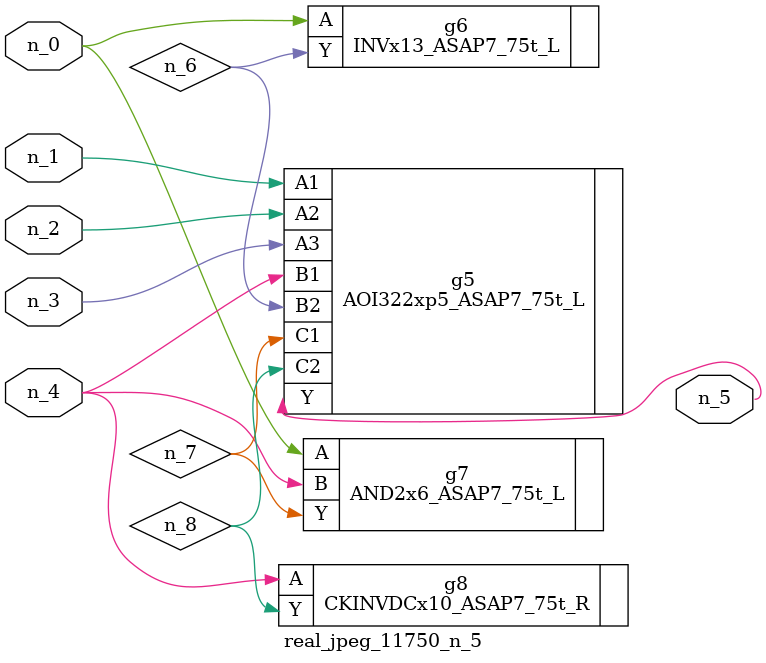
<source format=v>
module real_jpeg_11750_n_5 (n_4, n_0, n_1, n_2, n_3, n_5);

input n_4;
input n_0;
input n_1;
input n_2;
input n_3;

output n_5;

wire n_8;
wire n_6;
wire n_7;

INVx13_ASAP7_75t_L g6 ( 
.A(n_0),
.Y(n_6)
);

AND2x6_ASAP7_75t_L g7 ( 
.A(n_0),
.B(n_4),
.Y(n_7)
);

AOI322xp5_ASAP7_75t_L g5 ( 
.A1(n_1),
.A2(n_2),
.A3(n_3),
.B1(n_4),
.B2(n_6),
.C1(n_7),
.C2(n_8),
.Y(n_5)
);

CKINVDCx10_ASAP7_75t_R g8 ( 
.A(n_4),
.Y(n_8)
);


endmodule
</source>
